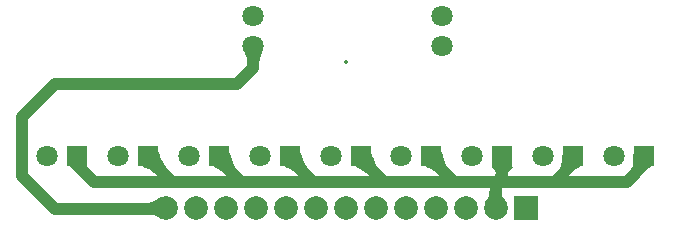
<source format=gtl>
%TF.GenerationSoftware,KiCad,Pcbnew,8.0.1*%
%TF.CreationDate,2024-06-22T15:15:02+02:00*%
%TF.ProjectId,BMW E30 VFL SI Indicator,424d5720-4533-4302-9056-464c20534920,rev?*%
%TF.SameCoordinates,Original*%
%TF.FileFunction,Copper,L1,Top*%
%TF.FilePolarity,Positive*%
%FSLAX46Y46*%
G04 Gerber Fmt 4.6, Leading zero omitted, Abs format (unit mm)*
G04 Created by KiCad (PCBNEW 8.0.1) date 2024-06-22 15:15:02*
%MOMM*%
%LPD*%
G01*
G04 APERTURE LIST*
%TA.AperFunction,ComponentPad*%
%ADD10R,1.800000X1.800000*%
%TD*%
%TA.AperFunction,ComponentPad*%
%ADD11C,1.800000*%
%TD*%
%TA.AperFunction,ComponentPad*%
%ADD12R,2.000000X2.000000*%
%TD*%
%TA.AperFunction,ComponentPad*%
%ADD13C,2.000000*%
%TD*%
%TA.AperFunction,Conductor*%
%ADD14C,1.000000*%
%TD*%
%ADD15C,0.350000*%
G04 APERTURE END LIST*
D10*
%TO.P,D5,1,K*%
%TO.N,Net-(D1-K)*%
X151575000Y-86000000D03*
D11*
%TO.P,D5,2,A*%
%TO.N,Net-(D5-A)*%
X149035000Y-86000000D03*
%TD*%
D10*
%TO.P,D9,1,K*%
%TO.N,Net-(D1-K)*%
X127575000Y-86000000D03*
D11*
%TO.P,D9,2,A*%
%TO.N,Net-(D9-A)*%
X125035000Y-86000000D03*
%TD*%
D10*
%TO.P,D1,1,K*%
%TO.N,Net-(D1-K)*%
X175575000Y-86000000D03*
D11*
%TO.P,D1,2,A*%
%TO.N,Net-(D1-A)*%
X173035000Y-86000000D03*
%TD*%
D10*
%TO.P,D4,1,K*%
%TO.N,Net-(D1-K)*%
X157575000Y-86000000D03*
D11*
%TO.P,D4,2,A*%
%TO.N,Net-(D4-A)*%
X155035000Y-86000000D03*
%TD*%
D10*
%TO.P,D6,1,K*%
%TO.N,Net-(D1-K)*%
X145575000Y-86000000D03*
D11*
%TO.P,D6,2,A*%
%TO.N,Net-(D6-A)*%
X143035000Y-86000000D03*
%TD*%
D10*
%TO.P,D7,1,K*%
%TO.N,Net-(D1-K)*%
X139575000Y-86000000D03*
D11*
%TO.P,D7,2,A*%
%TO.N,Net-(D7-A)*%
X137035000Y-86000000D03*
%TD*%
D10*
%TO.P,D8,1,K*%
%TO.N,Net-(D1-K)*%
X133575000Y-86000000D03*
D11*
%TO.P,D8,2,A*%
%TO.N,Net-(D8-A)*%
X131035000Y-86000000D03*
%TD*%
%TO.P,LA2,1,-*%
%TO.N,Net-(J1-BULB_INSPECTION)*%
X158500000Y-76700000D03*
%TO.P,LA2,2,+*%
%TO.N,Net-(J1-GND_BULB)*%
X158500000Y-74160000D03*
%TD*%
%TO.P,LA1,1,-*%
%TO.N,Net-(J1-GND_BULB)*%
X142500000Y-74160000D03*
%TO.P,LA1,2,+*%
%TO.N,Net-(J1-BULB_OILSERVICE)*%
X142500000Y-76700000D03*
%TD*%
D10*
%TO.P,D3,1,K*%
%TO.N,Net-(D1-K)*%
X163575000Y-86000000D03*
D11*
%TO.P,D3,2,A*%
%TO.N,Net-(D3-A)*%
X161035000Y-86000000D03*
%TD*%
D12*
%TO.P,J1,1,GND_BULB*%
%TO.N,Net-(J1-GND_BULB)*%
X165540000Y-90360000D03*
D13*
%TO.P,J1,2,GND_LED*%
%TO.N,Net-(D1-K)*%
X163000000Y-90360000D03*
%TO.P,J1,3,LED_R3*%
%TO.N,Net-(D1-A)*%
X160460000Y-90360000D03*
%TO.P,J1,4,LED_R2*%
%TO.N,Net-(D2-A)*%
X157920000Y-90360000D03*
%TO.P,J1,5,LED_R1*%
%TO.N,Net-(D3-A)*%
X155380000Y-90360000D03*
%TO.P,J1,6,LED_Y*%
%TO.N,Net-(D4-A)*%
X152840000Y-90360000D03*
%TO.P,J1,7,LED_G5*%
%TO.N,Net-(D5-A)*%
X150300000Y-90360000D03*
%TO.P,J1,8,LED_G4*%
%TO.N,Net-(D6-A)*%
X147760000Y-90360000D03*
%TO.P,J1,9,LED_G3*%
%TO.N,Net-(D7-A)*%
X145220000Y-90360000D03*
%TO.P,J1,10,LED_G2*%
%TO.N,Net-(D8-A)*%
X142680000Y-90360000D03*
%TO.P,J1,11,LED_G1*%
%TO.N,Net-(D9-A)*%
X140140000Y-90360000D03*
%TO.P,J1,12,BULB_INSPECTION*%
%TO.N,Net-(J1-BULB_INSPECTION)*%
X137600000Y-90360000D03*
%TO.P,J1,13,BULB_OILSERVICE*%
%TO.N,Net-(J1-BULB_OILSERVICE)*%
X135060000Y-90360000D03*
%TD*%
D10*
%TO.P,D2,1,K*%
%TO.N,Net-(D1-K)*%
X169575000Y-86000000D03*
D11*
%TO.P,D2,2,A*%
%TO.N,Net-(D2-A)*%
X167035000Y-86000000D03*
%TD*%
D14*
%TO.N,Net-(D1-K)*%
X163575000Y-87664000D02*
X163000000Y-88239000D01*
X163575000Y-86000000D02*
X163575000Y-87664000D01*
X169575000Y-86578000D02*
X167997000Y-88156000D01*
X169575000Y-86000000D02*
X169575000Y-86578000D01*
X167997000Y-88156000D02*
X162917000Y-88156000D01*
X174093000Y-88156000D02*
X167997000Y-88156000D01*
X175575000Y-86000000D02*
X175575000Y-86674000D01*
X175575000Y-86674000D02*
X174093000Y-88156000D01*
X157575000Y-86243000D02*
X159488000Y-88156000D01*
X157575000Y-86000000D02*
X157575000Y-86243000D01*
X159488000Y-88156000D02*
X162917000Y-88156000D01*
X153519000Y-88156000D02*
X159488000Y-88156000D01*
X151575000Y-86212000D02*
X153519000Y-88156000D01*
X151575000Y-86000000D02*
X151575000Y-86212000D01*
X147550000Y-88156000D02*
X153519000Y-88156000D01*
X145575000Y-86181000D02*
X147550000Y-88156000D01*
X145575000Y-86000000D02*
X145575000Y-86181000D01*
X141454000Y-88156000D02*
X147550000Y-88156000D01*
X139575000Y-86000000D02*
X139575000Y-86277000D01*
X135612000Y-88156000D02*
X141454000Y-88156000D01*
X139575000Y-86277000D02*
X141454000Y-88156000D01*
X133575000Y-86000000D02*
X133575000Y-86119000D01*
X129008000Y-88156000D02*
X135612000Y-88156000D01*
X133575000Y-86119000D02*
X135612000Y-88156000D01*
X163000000Y-88239000D02*
X163000000Y-90360000D01*
X127575000Y-86723000D02*
X129008000Y-88156000D01*
X127575000Y-86000000D02*
X127575000Y-86723000D01*
X162917000Y-88156000D02*
X163000000Y-88239000D01*
%TO.N,Net-(J1-BULB_OILSERVICE)*%
X142500000Y-78500000D02*
X142500000Y-76700000D01*
X141100000Y-79900000D02*
X142500000Y-78500000D01*
X122900000Y-82700000D02*
X125700000Y-79900000D01*
X125706000Y-90442000D02*
X122900000Y-87636000D01*
X122900000Y-87636000D02*
X122900000Y-82700000D01*
X125700000Y-79900000D02*
X141100000Y-79900000D01*
X134978000Y-90442000D02*
X125706000Y-90442000D01*
X135060000Y-90360000D02*
X134978000Y-90442000D01*
%TO.N,Net-(D1-K)*%
X139575000Y-86000000D02*
X139600000Y-86000000D01*
X133575000Y-86000000D02*
X133600000Y-86000000D01*
X145575000Y-86000000D02*
X145600000Y-86000000D01*
X157575000Y-86000000D02*
X157600000Y-86000000D01*
X151575000Y-86000000D02*
X151600000Y-86000000D01*
%TD*%
%TA.AperFunction,Conductor*%
%TO.N,Net-(D1-K)*%
G36*
X164075000Y-87400000D02*
G01*
X164154999Y-87261581D01*
X164234999Y-87142371D01*
X164315000Y-87042371D01*
X164395000Y-86961581D01*
X164475000Y-86900000D01*
X163575000Y-85999000D01*
X162675000Y-86900000D01*
X162754999Y-86961581D01*
X162834999Y-87042371D01*
X162915000Y-87142371D01*
X162995000Y-87261581D01*
X163075000Y-87400000D01*
X164075000Y-87400000D01*
G37*
%TD.AperFunction*%
%TD*%
%TA.AperFunction,Conductor*%
%TO.N,Net-(D1-K)*%
G36*
X169253000Y-87607106D02*
G01*
X169424910Y-87417684D01*
X169596821Y-87252263D01*
X169768733Y-87110842D01*
X169940644Y-86993421D01*
X170112555Y-86900000D01*
X169575707Y-85999293D01*
X168675000Y-85773434D01*
X168649178Y-86046747D01*
X168623357Y-86296060D01*
X168597536Y-86521373D01*
X168571715Y-86722686D01*
X168545894Y-86900000D01*
X169253000Y-87607106D01*
G37*
%TD.AperFunction*%
%TD*%
%TA.AperFunction,Conductor*%
%TO.N,Net-(D1-K)*%
G36*
X175349000Y-87607106D02*
G01*
X175509331Y-87417684D01*
X175669663Y-87252263D01*
X175829994Y-87110842D01*
X175990326Y-86993421D01*
X176150658Y-86900000D01*
X175575707Y-85999293D01*
X174675000Y-85802722D01*
X174668378Y-86070177D01*
X174661757Y-86313633D01*
X174655136Y-86533088D01*
X174648515Y-86728544D01*
X174641894Y-86900000D01*
X175349000Y-87607106D01*
G37*
%TD.AperFunction*%
%TD*%
%TA.AperFunction,Conductor*%
%TO.N,Net-(D1-K)*%
G36*
X158939106Y-86900000D02*
G01*
X158846284Y-86704508D01*
X158753463Y-86485016D01*
X158660642Y-86241525D01*
X158567821Y-85974033D01*
X158475000Y-85682542D01*
X157574293Y-85999293D01*
X157144407Y-86900000D01*
X157361925Y-86993421D01*
X157579444Y-87110842D01*
X157796962Y-87252263D01*
X158014481Y-87417684D01*
X158232000Y-87607106D01*
X158939106Y-86900000D01*
G37*
%TD.AperFunction*%
%TD*%
%TA.AperFunction,Conductor*%
%TO.N,Net-(D1-K)*%
G36*
X152970106Y-86900000D02*
G01*
X152871084Y-86703001D01*
X152772063Y-86482002D01*
X152673042Y-86237004D01*
X152574021Y-85968005D01*
X152475000Y-85675007D01*
X151574293Y-85999293D01*
X151152578Y-86900000D01*
X151374662Y-86993421D01*
X151596746Y-87110842D01*
X151818831Y-87252263D01*
X152040915Y-87417684D01*
X152263000Y-87607106D01*
X152970106Y-86900000D01*
G37*
%TD.AperFunction*%
%TD*%
%TA.AperFunction,Conductor*%
%TO.N,Net-(D1-K)*%
G36*
X147001106Y-86900000D02*
G01*
X146895884Y-86701523D01*
X146790663Y-86479046D01*
X146685442Y-86232568D01*
X146580221Y-85962092D01*
X146475000Y-85667615D01*
X145574293Y-85999293D01*
X145160500Y-86900000D01*
X145387199Y-86993421D01*
X145613899Y-87110842D01*
X145840600Y-87252263D01*
X146067300Y-87417684D01*
X146294000Y-87607106D01*
X147001106Y-86900000D01*
G37*
%TD.AperFunction*%
%TD*%
%TA.AperFunction,Conductor*%
%TO.N,Net-(D1-K)*%
G36*
X140905106Y-86900000D02*
G01*
X140819084Y-86706194D01*
X140733063Y-86488388D01*
X140647042Y-86246583D01*
X140561021Y-85980777D01*
X140475000Y-85690972D01*
X139574293Y-85999293D01*
X139135145Y-86900000D01*
X139347716Y-86993421D01*
X139560287Y-87110842D01*
X139772858Y-87252263D01*
X139985429Y-87417684D01*
X140198000Y-87607106D01*
X140905106Y-86900000D01*
G37*
%TD.AperFunction*%
%TD*%
%TA.AperFunction,Conductor*%
%TO.N,Net-(D1-K)*%
G36*
X135063106Y-86900000D02*
G01*
X134945484Y-86698650D01*
X134827863Y-86473301D01*
X134710242Y-86223951D01*
X134592621Y-85950602D01*
X134475000Y-85653253D01*
X133574293Y-85999293D01*
X133175628Y-86900000D01*
X133411702Y-86993421D01*
X133647776Y-87110842D01*
X133883851Y-87252263D01*
X134119925Y-87417684D01*
X134356000Y-87607106D01*
X135063106Y-86900000D01*
G37*
%TD.AperFunction*%
%TD*%
%TA.AperFunction,Conductor*%
%TO.N,Net-(D1-K)*%
G36*
X162500000Y-88860000D02*
G01*
X162477867Y-89152649D01*
X162416647Y-89352435D01*
X162324105Y-89517627D01*
X162208007Y-89706498D01*
X162076120Y-89977317D01*
X163000000Y-90361000D01*
X163923880Y-89977317D01*
X163791992Y-89706498D01*
X163675894Y-89517627D01*
X163583352Y-89352435D01*
X163522132Y-89152649D01*
X163500000Y-88860000D01*
X162500000Y-88860000D01*
G37*
%TD.AperFunction*%
%TD*%
%TA.AperFunction,Conductor*%
%TO.N,Net-(D1-K)*%
G36*
X128459106Y-86900000D02*
G01*
X128462284Y-86899046D01*
X128465463Y-86898570D01*
X128468642Y-86898570D01*
X128471821Y-86899046D01*
X128475000Y-86900000D01*
X127574293Y-85999293D01*
X126978396Y-86900000D01*
X127133116Y-86993421D01*
X127287837Y-87110842D01*
X127442558Y-87252263D01*
X127597279Y-87417684D01*
X127752000Y-87607106D01*
X128459106Y-86900000D01*
G37*
%TD.AperFunction*%
%TD*%
%TA.AperFunction,Conductor*%
%TO.N,Net-(J1-BULB_OILSERVICE)*%
G36*
X143000000Y-78100000D02*
G01*
X143014151Y-77826853D01*
X143055714Y-77636644D01*
X143123351Y-77477450D01*
X143215722Y-77297348D01*
X143331492Y-77044415D01*
X142500000Y-76699000D01*
X141668508Y-77044415D01*
X141784276Y-77297348D01*
X141876648Y-77477450D01*
X141944284Y-77636644D01*
X141985848Y-77826853D01*
X142000000Y-78100000D01*
X143000000Y-78100000D01*
G37*
%TD.AperFunction*%
%TD*%
%TA.AperFunction,Conductor*%
%TO.N,Net-(J1-BULB_OILSERVICE)*%
G36*
X133576311Y-90942000D02*
G01*
X133861040Y-90956378D01*
X134059508Y-90998811D01*
X134225711Y-91068242D01*
X134413649Y-91163617D01*
X134677317Y-91283880D01*
X135061000Y-90360000D01*
X134677317Y-89436120D01*
X134406041Y-89577758D01*
X134222444Y-89714345D01*
X134064385Y-89830700D01*
X133869721Y-89911645D01*
X133576311Y-89942000D01*
X133576311Y-90942000D01*
G37*
%TD.AperFunction*%
%TD*%
D15*
X151575000Y-86000000D03*
X149035000Y-86000000D03*
X127575000Y-86000000D03*
X125035000Y-86000000D03*
X175575000Y-86000000D03*
X173035000Y-86000000D03*
X157575000Y-86000000D03*
X155035000Y-86000000D03*
X145575000Y-86000000D03*
X143035000Y-86000000D03*
X139575000Y-86000000D03*
X137035000Y-86000000D03*
X133575000Y-86000000D03*
X131035000Y-86000000D03*
X158500000Y-76700000D03*
X158500000Y-74160000D03*
X142500000Y-74160000D03*
X142500000Y-76700000D03*
X163575000Y-86000000D03*
X161035000Y-86000000D03*
X150300000Y-78000000D03*
X165540000Y-90360000D03*
X163000000Y-90360000D03*
X160460000Y-90360000D03*
X157920000Y-90360000D03*
X155380000Y-90360000D03*
X152840000Y-90360000D03*
X150300000Y-90360000D03*
X147760000Y-90360000D03*
X145220000Y-90360000D03*
X142680000Y-90360000D03*
X140140000Y-90360000D03*
X137600000Y-90360000D03*
X135060000Y-90360000D03*
X169575000Y-86000000D03*
X167035000Y-86000000D03*
M02*

</source>
